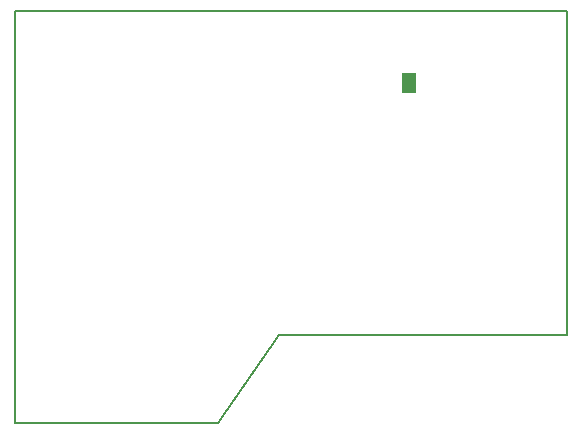
<source format=gbr>
G04 PROTEUS GERBER X2 FILE*
%TF.GenerationSoftware,Labcenter,Proteus,8.5-SP0-Build22067*%
%TF.CreationDate,2017-11-28T10:59:28+00:00*%
%TF.FileFunction,Paste,Top*%
%TF.FilePolarity,Positive*%
%TF.Part,Single*%
%FSLAX45Y45*%
%MOMM*%
G01*
%TA.AperFunction,Material*%
%ADD29R,1.143000X1.803400*%
%TA.AperFunction,Profile*%
%ADD17C,0.203200*%
D29*
X+3338000Y+2133600D03*
D17*
X+0Y-749300D02*
X+1714500Y-749300D01*
X+2235200Y+0D01*
X+4673600Y+0D01*
X+0Y-749300D02*
X+0Y+2743200D01*
X+4673600Y+2743200D01*
X+4673600Y+0D02*
X+4673600Y+2743200D01*
M02*

</source>
